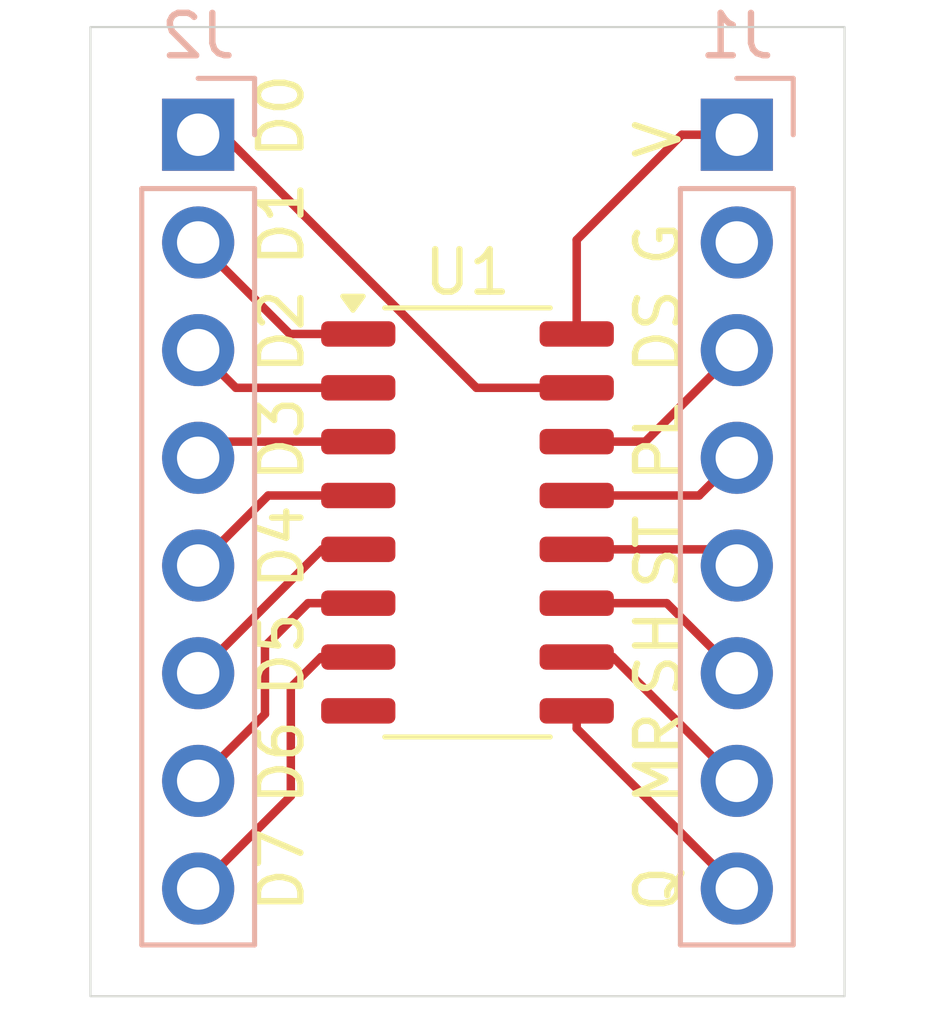
<source format=kicad_pcb>
(kicad_pcb (version 20240108) (generator "pcbnew") (generator_version "8.0")
  (layers (0 "F.Cu" signal) (31 "B.Cu" signal) (34 "B.Paste" user) (35 "F.Paste" user) (36 "B.SilkS" user "B.Silkscreen") (37 "F.SilkS" user "F.Silkscreen") (38 "B.Mask" user) (39 "F.Mask" user) (44 "Edge.Cuts" user))
  (net 0 "")
  (net 1 "~{PL}")
  (net 2 "STCP")
  (net 3 "~{MR}")
  (net 4 "SHCP")
  (net 5 "GND")
  (net 6 "VCC")
  (net 7 "Q")
  (net 8 "DS")
  (net 9 "D2")
  (net 10 "D5")
  (net 11 "D4")
  (net 12 "D7")
  (net 13 "D3")
  (net 14 "D1")
  (net 15 "D0")
  (net 16 "D6")
  (footprint "Package_SO:SO-16_3.9x9.9mm_P1.27mm" (layer "F.Cu") (at 158.75 75.184)
    (property "Reference" "U1" (at 0 -5.9 0) (layer "F.SilkS"))
    (property "Value" "~")
    (fp_line (start 0 -5.06) (end -1.95 -5.06) (stroke (width 0.12)) (layer "F.SilkS"))
    (fp_line (start 0 -5.06) (end 1.95 -5.06) (stroke (width 0.12)) (layer "F.SilkS"))
    (fp_line (start 0 5.06) (end -1.95 5.06) (stroke (width 0.12)) (layer "F.SilkS"))
    (fp_line (start 0 5.06) (end 1.95 5.06) (stroke (width 0.12)) (layer "F.SilkS"))
    (fp_poly (pts (xy -2.7 -5.005) (xy -2.94 -5.335) (xy -2.46 -5.335) (xy -2.7 -5.005)) (stroke (width 0.12)) (fill solid) (layer "F.SilkS"))
    (pad "1" smd roundrect (at -2.575 -4.445) (size 1.75 0.6) (layers "F.Cu" "F.Paste" "F.Mask") (net 14 "D1"))
    (pad "2" smd roundrect (at -2.575 -3.175) (size 1.75 0.6) (layers "F.Cu" "F.Paste" "F.Mask") (net 9 "D2"))
    (pad "3" smd roundrect (at -2.575 -1.905) (size 1.75 0.6) (layers "F.Cu" "F.Paste" "F.Mask") (net 13 "D3"))
    (pad "4" smd roundrect (at -2.575 -0.635) (size 1.75 0.6) (layers "F.Cu" "F.Paste" "F.Mask") (net 11 "D4"))
    (pad "5" smd roundrect (at -2.575 0.635) (size 1.75 0.6) (layers "F.Cu" "F.Paste" "F.Mask") (net 10 "D5"))
    (pad "6" smd roundrect (at -2.575 1.905) (size 1.75 0.6) (layers "F.Cu" "F.Paste" "F.Mask") (net 16 "D6"))
    (pad "7" smd roundrect (at -2.575 3.175) (size 1.75 0.6) (layers "F.Cu" "F.Paste" "F.Mask") (net 12 "D7"))
    (pad "8" smd roundrect (at -2.575 4.445) (size 1.75 0.6) (layers "F.Cu" "F.Paste" "F.Mask") (net 5 "GND"))
    (pad "9" smd roundrect (at 2.575 4.445) (size 1.75 0.6) (layers "F.Cu" "F.Paste" "F.Mask") (net 7 "Q"))
    (pad "10" smd roundrect (at 2.575 3.175) (size 1.75 0.6) (layers "F.Cu" "F.Paste" "F.Mask") (net 3 "~{MR}"))
    (pad "11" smd roundrect (at 2.575 1.905) (size 1.75 0.6) (layers "F.Cu" "F.Paste" "F.Mask") (net 4 "SHCP"))
    (pad "12" smd roundrect (at 2.575 0.635) (size 1.75 0.6) (layers "F.Cu" "F.Paste" "F.Mask") (net 2 "STCP"))
    (pad "13" smd roundrect (at 2.575 -0.635) (size 1.75 0.6) (layers "F.Cu" "F.Paste" "F.Mask") (net 1 "~{PL}"))
    (pad "14" smd roundrect (at 2.575 -1.905) (size 1.75 0.6) (layers "F.Cu" "F.Paste" "F.Mask") (net 8 "DS"))
    (pad "15" smd roundrect (at 2.575 -3.175) (size 1.75 0.6) (layers "F.Cu" "F.Paste" "F.Mask") (net 15 "D0"))
    (pad "16" smd roundrect (at 2.575 -4.445) (size 1.75 0.6) (layers "F.Cu" "F.Paste" "F.Mask") (net 6 "VCC"))
  )
  (footprint "Connector_PinHeader_2.54mm:PinHeader_1x08_P2.54mm_Vertical" (layer "B.Cu") (at 165.1 66.04 180)
    (property "Reference" "J1" (at 0 2.33 0) (layer "B.SilkS") (effects (justify mirror)))
    (property "Value" "Conn_01x08")
    (fp_line (start 1.33 -1.27) (end -1.33 -1.27) (stroke (width 0.12)) (layer "B.SilkS"))
    (fp_line (start 1.33 -19.11) (end 1.33 -1.27) (stroke (width 0.12)) (layer "B.SilkS"))
    (fp_line (start 1.33 -19.11) (end -1.33 -19.11) (stroke (width 0.12)) (layer "B.SilkS"))
    (fp_line (start 0 1.33) (end -1.33 1.33) (stroke (width 0.12)) (layer "B.SilkS"))
    (fp_line (start -1.33 1.33) (end -1.33 0) (stroke (width 0.12)) (layer "B.SilkS"))
    (fp_line (start -1.33 -19.11) (end -1.33 -1.27) (stroke (width 0.12)) (layer "B.SilkS"))
    (pad "1" thru_hole rect (at 0 0 180) (size 1.7 1.7) (drill 1) (layers "*.Cu" "*.Mask") (net 6 "VCC"))
    (pad "2" thru_hole oval (at 0 -2.54 180) (size 1.7 1.7) (drill 1) (layers "*.Cu" "*.Mask") (net 5 "GND"))
    (pad "3" thru_hole oval (at 0 -5.08 180) (size 1.7 1.7) (drill 1) (layers "*.Cu" "*.Mask") (net 8 "DS"))
    (pad "4" thru_hole oval (at 0 -7.62 180) (size 1.7 1.7) (drill 1) (layers "*.Cu" "*.Mask") (net 1 "~{PL}"))
    (pad "5" thru_hole oval (at 0 -10.16 180) (size 1.7 1.7) (drill 1) (layers "*.Cu" "*.Mask") (net 2 "STCP"))
    (pad "6" thru_hole oval (at 0 -12.7 180) (size 1.7 1.7) (drill 1) (layers "*.Cu" "*.Mask") (net 4 "SHCP"))
    (pad "7" thru_hole oval (at 0 -15.24 180) (size 1.7 1.7) (drill 1) (layers "*.Cu" "*.Mask") (net 3 "~{MR}"))
    (pad "8" thru_hole oval (at 0 -17.78 180) (size 1.7 1.7) (drill 1) (layers "*.Cu" "*.Mask") (net 7 "Q"))
  )
  (footprint "Connector_PinHeader_2.54mm:PinHeader_1x08_P2.54mm_Vertical" (layer "B.Cu") (at 152.4 66.04 180)
    (property "Reference" "J2" (at 0 2.33 0) (layer "B.SilkS") (effects (justify mirror)))
    (property "Value" "Conn_01x08")
    (fp_line (start 1.33 -1.27) (end -1.33 -1.27) (stroke (width 0.12)) (layer "B.SilkS"))
    (fp_line (start 1.33 -19.11) (end 1.33 -1.27) (stroke (width 0.12)) (layer "B.SilkS"))
    (fp_line (start 1.33 -19.11) (end -1.33 -19.11) (stroke (width 0.12)) (layer "B.SilkS"))
    (fp_line (start 0 1.33) (end -1.33 1.33) (stroke (width 0.12)) (layer "B.SilkS"))
    (fp_line (start -1.33 1.33) (end -1.33 0) (stroke (width 0.12)) (layer "B.SilkS"))
    (fp_line (start -1.33 -19.11) (end -1.33 -1.27) (stroke (width 0.12)) (layer "B.SilkS"))
    (pad "1" thru_hole rect (at 0 0 180) (size 1.7 1.7) (drill 1) (layers "*.Cu" "*.Mask") (net 15 "D0"))
    (pad "2" thru_hole oval (at 0 -2.54 180) (size 1.7 1.7) (drill 1) (layers "*.Cu" "*.Mask") (net 14 "D1"))
    (pad "3" thru_hole oval (at 0 -5.08 180) (size 1.7 1.7) (drill 1) (layers "*.Cu" "*.Mask") (net 9 "D2"))
    (pad "4" thru_hole oval (at 0 -7.62 180) (size 1.7 1.7) (drill 1) (layers "*.Cu" "*.Mask") (net 13 "D3"))
    (pad "5" thru_hole oval (at 0 -10.16 180) (size 1.7 1.7) (drill 1) (layers "*.Cu" "*.Mask") (net 11 "D4"))
    (pad "6" thru_hole oval (at 0 -12.7 180) (size 1.7 1.7) (drill 1) (layers "*.Cu" "*.Mask") (net 10 "D5"))
    (pad "7" thru_hole oval (at 0 -15.24 180) (size 1.7 1.7) (drill 1) (layers "*.Cu" "*.Mask") (net 16 "D6"))
    (pad "8" thru_hole oval (at 0 -17.78 180) (size 1.7 1.7) (drill 1) (layers "*.Cu" "*.Mask") (net 12 "D7"))
  )
  (gr_rect (start 149.86 63.5) (end 167.64 86.36) (stroke (width 0.05)) (fill none) (layer "Edge.Cuts"))
  (gr_text "PL" (at 163.83 74.295 90) (layer "F.SilkS") (effects (font (size 1 1)) (justify left bottom)))
  (gr_text "G" (at 163.83 69.215 90) (layer "F.SilkS") (effects (font (size 1 1)) (justify left bottom)))
  (gr_text "DS" (at 163.83 71.755 90) (layer "F.SilkS") (effects (font (size 1 1)) (justify left bottom)))
  (gr_text "D5" (at 154.94 79.375 90) (layer "F.SilkS") (effects (font (size 1 1)) (justify left bottom)))
  (gr_text "D7" (at 154.94 84.455 90) (layer "F.SilkS") (effects (font (size 1 1)) (justify left bottom)))
  (gr_text "Q" (at 163.83 84.455 90) (layer "F.SilkS") (effects (font (size 1 1)) (justify left bottom)))
  (gr_text "SH" (at 163.83 79.375 90) (layer "F.SilkS") (effects (font (size 1 1)) (justify left bottom)))
  (gr_text "D4" (at 154.94 76.835 90) (layer "F.SilkS") (effects (font (size 1 1)) (justify left bottom)))
  (gr_text "D3" (at 154.94 74.295 90) (layer "F.SilkS") (effects (font (size 1 1)) (justify left bottom)))
  (gr_text "ST" (at 163.83 76.835 90) (layer "F.SilkS") (effects (font (size 1 1)) (justify left bottom)))
  (gr_text "V" (at 163.83 66.675 90) (layer "F.SilkS") (effects (font (size 1 1)) (justify left bottom)))
  (gr_text "D2" (at 154.94 71.755 90) (layer "F.SilkS") (effects (font (size 1 1)) (justify left bottom)))
  (gr_text "MR" (at 163.83 81.915 90) (layer "F.SilkS") (effects (font (size 1 1)) (justify left bottom)))
  (gr_text "D1" (at 154.94 69.215 90) (layer "F.SilkS") (effects (font (size 1 1)) (justify left bottom)))
  (gr_text "D0\n" (at 154.94 66.675 90) (layer "F.SilkS") (effects (font (size 1 1)) (justify left bottom)))
  (gr_text "D6" (at 154.94 81.915 90) (layer "F.SilkS") (effects (font (size 1 1)) (justify left bottom)))
  (segment (start 161.325 74.549) (end 164.211 74.549) (width 0.2) (layer "F.Cu") (net 1))
  (segment (start 164.211 74.549) (end 165.1 73.66) (width 0.2) (layer "F.Cu") (net 1))
  (segment (start 164.719 75.819) (end 165.1 76.2) (width 0.2) (layer "F.Cu") (net 2))
  (segment (start 161.325 75.819) (end 164.719 75.819) (width 0.2) (layer "F.Cu") (net 2))
  (segment (start 161.325 78.359) (end 162.179 78.359) (width 0.2) (layer "F.Cu") (net 3))
  (segment (start 162.179 78.359) (end 165.1 81.28) (width 0.2) (layer "F.Cu") (net 3))
  (segment (start 161.325 77.089) (end 163.449 77.089) (width 0.2) (layer "F.Cu") (net 4))
  (segment (start 163.449 77.089) (end 165.1 78.74) (width 0.2) (layer "F.Cu") (net 4))
  (segment (start 161.325 70.739) (end 161.325 68.5196) (width 0.2) (layer "F.Cu") (net 6))
  (segment (start 161.325 68.5196) (end 163.8046 66.04) (width 0.2) (layer "F.Cu") (net 6))
  (segment (start 163.8046 66.04) (end 165.1 66.04) (width 0.2) (layer "F.Cu") (net 6))
  (segment (start 161.325 79.629) (end 161.325 80.045) (width 0.2) (layer "F.Cu") (net 7))
  (segment (start 161.325 80.045) (end 165.1 83.82) (width 0.2) (layer "F.Cu") (net 7))
  (segment (start 161.325 73.279) (end 162.941 73.279) (width 0.2) (layer "F.Cu") (net 8))
  (segment (start 162.941 73.279) (end 165.1 71.12) (width 0.2) (layer "F.Cu") (net 8))
  (segment (start 153.289 72.009) (end 152.4 71.12) (width 0.2) (layer "F.Cu") (net 9))
  (segment (start 156.175 72.009) (end 153.289 72.009) (width 0.2) (layer "F.Cu") (net 9))
  (segment (start 155.321 75.819) (end 152.4 78.74) (width 0.2) (layer "F.Cu") (net 10))
  (segment (start 156.175 75.819) (end 155.321 75.819) (width 0.2) (layer "F.Cu") (net 10))
  (segment (start 156.175 74.549) (end 154.051 74.549) (width 0.2) (layer "F.Cu") (net 11))
  (segment (start 154.051 74.549) (end 152.4 76.2) (width 0.2) (layer "F.Cu") (net 11))
  (segment (start 154.5844 81.6356) (end 152.4 83.82) (width 0.2) (layer "F.Cu") (net 12))
  (segment (start 156.175 78.359) (end 155.300001 78.359) (width 0.2) (layer "F.Cu") (net 12))
  (segment (start 154.5844 79.074601) (end 154.5844 81.6356) (width 0.2) (layer "F.Cu") (net 12))
  (segment (start 155.300001 78.359) (end 154.5844 79.074601) (width 0.2) (layer "F.Cu") (net 12))
  (segment (start 152.781 73.279) (end 152.4 73.66) (width 0.2) (layer "F.Cu") (net 13))
  (segment (start 156.175 73.279) (end 152.781 73.279) (width 0.2) (layer "F.Cu") (net 13))
  (segment (start 156.175 70.739) (end 154.559 70.739) (width 0.2) (layer "F.Cu") (net 14))
  (segment (start 154.559 70.739) (end 152.4 68.58) (width 0.2) (layer "F.Cu") (net 14))
  (segment (start 152.991552 66.04) (end 152.4 66.04) (width 0.2) (layer "F.Cu") (net 15))
  (segment (start 158.960552 72.009) (end 152.991552 66.04) (width 0.2) (layer "F.Cu") (net 15))
  (segment (start 161.325 72.009) (end 158.960552 72.009) (width 0.2) (layer "F.Cu") (net 15))
  (segment (start 153.9748 79.7052) (end 152.4 81.28) (width 0.2) (layer "F.Cu") (net 16))
  (segment (start 156.175 77.089) (end 154.9908 77.089) (width 0.2) (layer "F.Cu") (net 16))
  (segment (start 153.9748 78.105) (end 153.9748 79.7052) (width 0.2) (layer "F.Cu") (net 16))
  (segment (start 154.9908 77.089) (end 153.9748 78.105) (width 0.2) (layer "F.Cu") (net 16))
)
</source>
